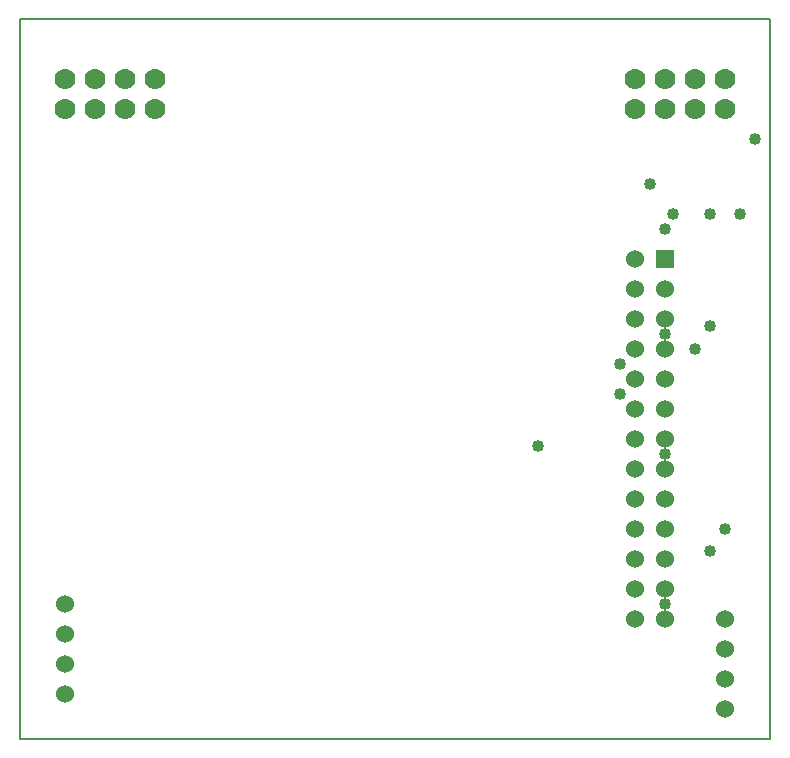
<source format=gbr>
G04 PROTEUS RS274X GERBER FILE*
%FSLAX45Y45*%
%MOMM*%
G01*
%ADD19C,1.016000*%
%ADD70C,1.778000*%
%AMPPAD011*
4,1,36,
-0.635000,0.762000,
0.635000,0.762000,
0.660970,0.759470,
0.684980,0.752200,
0.706580,0.740650,
0.725290,0.725290,
0.740650,0.706570,
0.752200,0.684980,
0.759470,0.660970,
0.762000,0.635000,
0.762000,-0.635000,
0.759470,-0.660970,
0.752200,-0.684980,
0.740650,-0.706570,
0.725290,-0.725290,
0.706580,-0.740650,
0.684980,-0.752200,
0.660970,-0.759470,
0.635000,-0.762000,
-0.635000,-0.762000,
-0.660970,-0.759470,
-0.684980,-0.752200,
-0.706580,-0.740650,
-0.725290,-0.725290,
-0.740650,-0.706570,
-0.752200,-0.684980,
-0.759470,-0.660970,
-0.762000,-0.635000,
-0.762000,0.635000,
-0.759470,0.660970,
-0.752200,0.684980,
-0.740650,0.706570,
-0.725290,0.725290,
-0.706580,0.740650,
-0.684980,0.752200,
-0.660970,0.759470,
-0.635000,0.762000,
0*%
%ADD71PPAD011*%
%ADD13C,1.524000*%
%ADD18C,0.203200*%
D19*
X+6223000Y-1016000D03*
X+5842000Y-1651000D03*
X+5969000Y-4318000D03*
X+5842000Y-2603500D03*
X+5334000Y-1397000D03*
X+5524500Y-1651000D03*
X+5080000Y-2921000D03*
X+5080000Y-3175000D03*
X+5461000Y-3683000D03*
X+5461000Y-1778000D03*
X+5715000Y-2794000D03*
X+5461000Y-4953000D03*
X+6096000Y-1651000D03*
X+5842000Y-4508500D03*
X+4381500Y-3619500D03*
X+5461000Y-2667000D03*
D70*
X+381000Y-762000D03*
X+381000Y-508000D03*
X+635000Y-762000D03*
X+635000Y-508000D03*
X+889000Y-762000D03*
X+889000Y-508000D03*
X+1143000Y-762000D03*
X+1143000Y-508000D03*
X+5207000Y-762000D03*
X+5207000Y-508000D03*
X+5461000Y-762000D03*
X+5461000Y-508000D03*
X+5715000Y-762000D03*
X+5715000Y-508000D03*
X+5969000Y-762000D03*
X+5969000Y-508000D03*
D71*
X+5461000Y-2032000D03*
D13*
X+5207000Y-2032000D03*
X+5461000Y-2286000D03*
X+5207000Y-2286000D03*
X+5461000Y-2540000D03*
X+5207000Y-2540000D03*
X+5461000Y-2794000D03*
X+5207000Y-2794000D03*
X+5461000Y-3048000D03*
X+5207000Y-3048000D03*
X+5461000Y-3302000D03*
X+5207000Y-3302000D03*
X+5461000Y-3556000D03*
X+5207000Y-3556000D03*
X+5461000Y-3810000D03*
X+5207000Y-3810000D03*
X+5461000Y-4064000D03*
X+5207000Y-4064000D03*
X+5461000Y-4318000D03*
X+5207000Y-4318000D03*
X+5461000Y-4572000D03*
X+5207000Y-4572000D03*
X+5461000Y-4826000D03*
X+5207000Y-4826000D03*
X+5461000Y-5080000D03*
X+5207000Y-5080000D03*
X+5969000Y-5080000D03*
X+5969000Y-5334000D03*
X+5969000Y-5588000D03*
X+5969000Y-5842000D03*
X+381000Y-4953000D03*
X+381000Y-5207000D03*
X+381000Y-5461000D03*
X+381000Y-5715000D03*
D18*
X+0Y-6096000D02*
X+6350000Y-6096000D01*
X+6350000Y+0D01*
X+0Y+0D01*
X+0Y-6096000D01*
M02*

</source>
